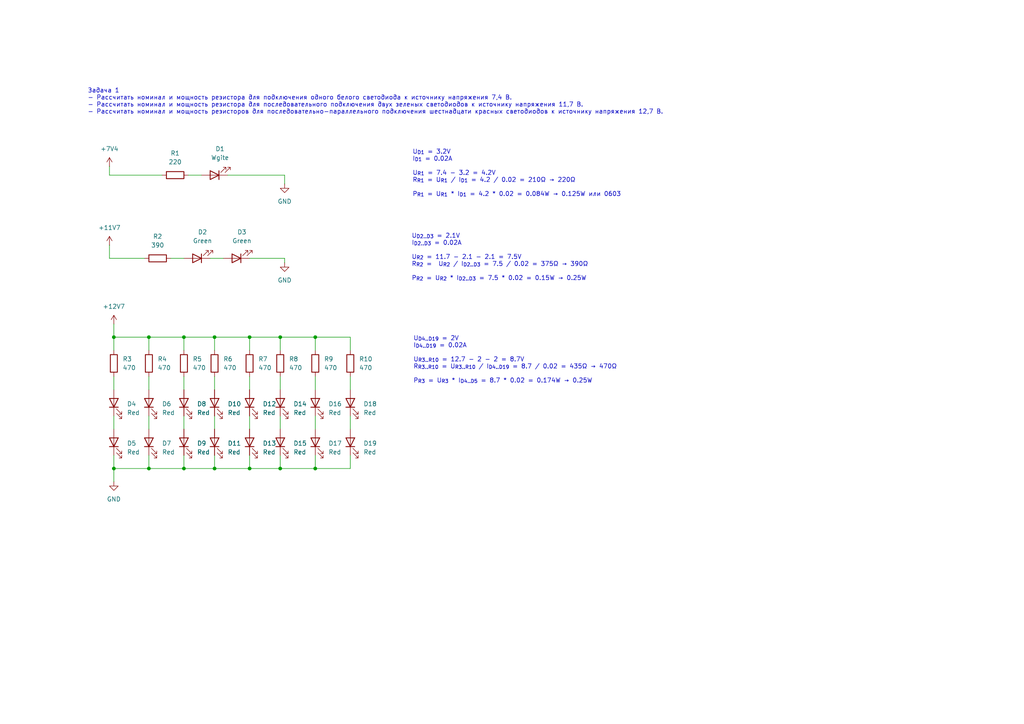
<source format=kicad_sch>
(kicad_sch (version 20231120) (generator "eeschema") (generator_version "8.0")
  (paper "A4")
  (lib_symbols
    (symbol "Device:LED" (pin_numbers hide) (pin_names (offset 1.016) hide)
      (property "Reference" "D" (at 0 2.54 0))
      (property "Value" "LED" (at 0 -2.54 0))
      (symbol "LED_0_1"
        (polyline (pts (xy -1.27 -1.27) (xy -1.27 1.27)) (stroke (width 0.254)))
        (polyline (pts (xy -1.27 0) (xy 1.27 0)))
        (polyline (pts (xy 1.27 -1.27) (xy 1.27 1.27) (xy -1.27 0) (xy 1.27 -1.27)) (stroke (width 0.254)))
        (polyline (pts (xy -3.048 -0.762) (xy -4.572 -2.286) (xy -3.81 -2.286) (xy -4.572 -2.286) (xy -4.572 -1.524)))
        (polyline (pts (xy -1.778 -0.762) (xy -3.302 -2.286) (xy -2.54 -2.286) (xy -3.302 -2.286) (xy -3.302 -1.524)))
      )
      (symbol "LED_1_1"
        (pin passive line (at -3.81 0 0) (length 2.54) (name "K") (number "1"))
        (pin passive line (at 3.81 0 180) (length 2.54) (name "A") (number "2"))
      )
    )
    (symbol "Device:R" (pin_numbers hide) (pin_names (offset 0))
      (property "Reference" "R" (at 2.032 0 90))
      (property "Value" "R" (at 0 0 90))
      (symbol "R_0_1"
        (rectangle (start -1.016 -2.54) (end 1.016 2.54) (stroke (width 0.254)))
      )
      (symbol "R_1_1"
        (pin passive line (at 0 3.81 270) (length 1.27) (name "~") (number "1"))
        (pin passive line (at 0 -3.81 90) (length 1.27) (name "~") (number "2"))
      )
    )
    (symbol "power:+3.3V" (power) (pin_numbers hide) (pin_names (offset 0) hide)
      (property "Value" "+3.3V" (at 0 3.556 0))
      (symbol "+3.3V_0_1"
        (polyline (pts (xy -0.762 1.27) (xy 0 2.54)))
        (polyline (pts (xy 0 0) (xy 0 2.54)))
        (polyline (pts (xy 0 2.54) (xy 0.762 1.27)))
      )
      (symbol "+3.3V_1_1"
        (pin power_in line (at 0 0 90) (length 0) (name "~") (number "1"))
      )
    )
    (symbol "power:GND" (power) (pin_numbers hide) (pin_names (offset 0) hide)
      (property "Value" "GND" (at 0 -3.81 0))
      (symbol "GND_0_1"
        (polyline (pts (xy 0 0) (xy 0 -1.27) (xy 1.27 -1.27) (xy 0 -2.54) (xy -1.27 -1.27) (xy 0 -1.27)))
      )
      (symbol "GND_1_1"
        (pin power_in line (at 0 0 270) (length 0) (name "~") (number "1"))
      )
    )
  )
  (junction (at 33.02 97.79))
  (junction (at 91.44 135.89))
  (junction (at 43.18 97.79))
  (junction (at 72.39 97.79))
  (junction (at 43.18 135.89))
  (junction (at 62.23 97.79))
  (junction (at 62.23 135.89))
  (junction (at 33.02 135.89))
  (junction (at 72.39 135.89))
  (junction (at 91.44 97.79))
  (junction (at 81.28 97.79))
  (junction (at 81.28 135.89))
  (junction (at 53.34 135.89))
  (junction (at 53.34 97.79))
  (wire (pts (xy 62.23 120.65) (xy 62.23 124.46)))
  (wire (pts (xy 72.39 132.08) (xy 72.39 135.89)))
  (wire (pts (xy 82.55 50.8) (xy 82.55 53.34)))
  (wire (pts (xy 72.39 74.93) (xy 82.55 74.93)))
  (wire (pts (xy 60.96 74.93) (xy 64.77 74.93)))
  (wire (pts (xy 49.53 74.93) (xy 53.34 74.93)))
  (wire (pts (xy 33.02 109.22) (xy 33.02 113.03)))
  (wire (pts (xy 53.34 132.08) (xy 53.34 135.89)))
  (wire (pts (xy 81.28 120.65) (xy 81.28 124.46)))
  (wire (pts (xy 46.99 50.8) (xy 31.75 50.8)))
  (wire (pts (xy 91.44 132.08) (xy 91.44 135.89)))
  (wire (pts (xy 91.44 97.79) (xy 81.28 97.79)))
  (wire (pts (xy 81.28 97.79) (xy 72.39 97.79)))
  (wire (pts (xy 81.28 101.6) (xy 81.28 97.79)))
  (wire (pts (xy 33.02 132.08) (xy 33.02 135.89)))
  (wire (pts (xy 53.34 135.89) (xy 43.18 135.89)))
  (wire (pts (xy 101.6 97.79) (xy 91.44 97.79)))
  (wire (pts (xy 81.28 135.89) (xy 72.39 135.89)))
  (wire (pts (xy 31.75 71.12) (xy 31.75 74.93)))
  (wire (pts (xy 43.18 109.22) (xy 43.18 113.03)))
  (wire (pts (xy 33.02 135.89) (xy 33.02 139.7)))
  (wire (pts (xy 33.02 93.98) (xy 33.02 97.79)))
  (wire (pts (xy 53.34 109.22) (xy 53.34 113.03)))
  (wire (pts (xy 33.02 135.89) (xy 43.18 135.89)))
  (wire (pts (xy 101.6 109.22) (xy 101.6 113.03)))
  (wire (pts (xy 81.28 109.22) (xy 81.28 113.03)))
  (wire (pts (xy 41.91 74.93) (xy 31.75 74.93)))
  (wire (pts (xy 43.18 132.08) (xy 43.18 135.89)))
  (wire (pts (xy 72.39 120.65) (xy 72.39 124.46)))
  (wire (pts (xy 43.18 101.6) (xy 43.18 97.79)))
  (wire (pts (xy 91.44 120.65) (xy 91.44 124.46)))
  (wire (pts (xy 101.6 101.6) (xy 101.6 97.79)))
  (wire (pts (xy 91.44 109.22) (xy 91.44 113.03)))
  (wire (pts (xy 72.39 109.22) (xy 72.39 113.03)))
  (wire (pts (xy 72.39 101.6) (xy 72.39 97.79)))
  (wire (pts (xy 53.34 120.65) (xy 53.34 124.46)))
  (wire (pts (xy 62.23 135.89) (xy 53.34 135.89)))
  (wire (pts (xy 81.28 132.08) (xy 81.28 135.89)))
  (wire (pts (xy 91.44 135.89) (xy 81.28 135.89)))
  (wire (pts (xy 66.04 50.8) (xy 82.55 50.8)))
  (wire (pts (xy 62.23 97.79) (xy 53.34 97.79)))
  (wire (pts (xy 33.02 97.79) (xy 33.02 101.6)))
  (wire (pts (xy 33.02 120.65) (xy 33.02 124.46)))
  (wire (pts (xy 72.39 135.89) (xy 62.23 135.89)))
  (wire (pts (xy 62.23 109.22) (xy 62.23 113.03)))
  (wire (pts (xy 43.18 97.79) (xy 53.34 97.79)))
  (wire (pts (xy 101.6 132.08) (xy 101.6 135.89)))
  (wire (pts (xy 54.61 50.8) (xy 58.42 50.8)))
  (wire (pts (xy 43.18 120.65) (xy 43.18 124.46)))
  (wire (pts (xy 101.6 120.65) (xy 101.6 124.46)))
  (wire (pts (xy 33.02 97.79) (xy 43.18 97.79)))
  (wire (pts (xy 72.39 97.79) (xy 62.23 97.79)))
  (wire (pts (xy 62.23 132.08) (xy 62.23 135.89)))
  (wire (pts (xy 62.23 101.6) (xy 62.23 97.79)))
  (wire (pts (xy 82.55 74.93) (xy 82.55 76.2)))
  (wire (pts (xy 31.75 48.26) (xy 31.75 50.8)))
  (wire (pts (xy 91.44 101.6) (xy 91.44 97.79)))
  (wire (pts (xy 101.6 135.89) (xy 91.44 135.89)))
  (wire (pts (xy 53.34 97.79) (xy 53.34 101.6)))
  (text "Задача 1\n- Рассчитать номинал и мощность резистора для подключения одного белого светодиода к источнику напряжения 7,4 В.\n- Рассчитать номинал и мощность резистора для последовательного подключения двух зеленых светодиодов к источнику напряжения 11,7 В.\n- Рассчитать номинал и мощность резисторов для последовательно-параллельного подключения шестнадцати красных светодиодов к источнику напряжения 12,7 В.\n" (at 25.4 25.654 0) (effects (font (size 1.27 1.27)) (justify left top)))
  (text "U_{D2..D3} = 2.1V\nI_{D2..D3} = 0.02A\n\nU_{R2} = 11.7 - 2.1 - 2.1 = 7.5V\nR_{R2} =  U_{R2} / I_{D2..D3} = 7.5 / 0.02 = 375Ω → 390Ω\n\nP_{R2} = U_{R2} * I_{D2..D3} = 7.5 * 0.02 = 0.15W → 0.25W" (at 119.38 74.676 0) (effects (font (size 1.27 1.27)) (justify left)))
  (text "U_{D1} = 3.2V\nI_{D1} = 0.02A\n\nU_{R1} = 7.4 - 3.2 = 4.2V\nR_{R1} = U_{R1} / I_{D1} = 4.2 / 0.02 = 210Ω → 220Ω\n\nP_{R1} = U_{R1} * I_{D1} = 4.2 * 0.02 = 0.084W → 0.125W или 0603 " (at 119.634 50.292 0) (effects (font (size 1.27 1.27)) (justify left)))
  (text "U_{D4..D19} = 2V\nI_{D4..D19} = 0.02A\n\nU_{R3..R10} = 12.7 - 2 - 2 = 8.7V\nR_{R3..R10} = U_{R3..R10} / I_{D4..D19} = 8.7 / 0.02 = 435Ω → 470Ω\n\nP_{R3} = U_{R3} * I_{D4..D5} = 8.7 * 0.02 = 0.174W → 0.25W" (at 119.888 104.394 0) (effects (font (size 1.27 1.27)) (justify left)))
  (symbol (lib_id "power:+3.3V") (at 33.02 93.98 0) (unit 1)
    (property "Reference" "#PWR03" (effects (hide yes)))
    (property "Value" "+12V7" (at 33.02 88.9 0))
    (property "Description" "Power symbol creates a global label with name \"+3.3V\"" (effects (hide yes)))
  )
  (symbol (lib_id "power:+3.3V") (at 31.75 48.26 0) (unit 1)
    (property "Reference" "#PWR01" (effects (hide yes)))
    (property "Value" "+7V4" (at 31.75 43.18 0))
    (property "Description" "Power symbol creates a global label with name \"+3.3V\"" (effects (hide yes)))
  )
  (symbol (lib_id "Device:LED") (at 72.39 128.27 90) (unit 1)
    (property "Reference" "D13" (at 76.2 128.5874 90) (effects (justify right)))
    (property "Value" "Red" (at 76.2 131.1274 90) (effects (justify right)))
    (property "Description" "Light emitting diode" (effects (hide yes)))
  )
  (symbol (lib_id "Device:LED") (at 33.02 128.27 90) (unit 1)
    (property "Reference" "D5" (at 36.83 128.5874 90) (effects (justify right)))
    (property "Value" "Red" (at 36.83 131.1274 90) (effects (justify right)))
    (property "Description" "Light emitting diode" (effects (hide yes)))
  )
  (symbol (lib_id "Device:R") (at 43.18 105.41 180) (unit 1)
    (property "Reference" "R4" (at 45.72 104.1399 0) (effects (justify right)))
    (property "Value" "470" (at 45.72 106.6799 0) (effects (justify right)))
    (property "Description" "Resistor" (effects (hide yes)))
  )
  (symbol (lib_id "power:GND") (at 33.02 139.7 0) (unit 1)
    (property "Reference" "#PWR04" (effects (hide yes)))
    (property "Value" "GND" (at 33.02 144.78 0))
    (property "Description" "Power symbol creates a global label with name \"GND\" , ground" (effects (hide yes)))
  )
  (symbol (lib_id "Device:R") (at 62.23 105.41 180) (unit 1)
    (property "Reference" "R6" (at 64.77 104.1399 0) (effects (justify right)))
    (property "Value" "470" (at 64.77 106.6799 0) (effects (justify right)))
    (property "Description" "Resistor" (effects (hide yes)))
  )
  (symbol (lib_id "power:GND") (at 82.55 53.34 0) (unit 1)
    (property "Reference" "#PWR05" (effects (hide yes)))
    (property "Value" "GND" (at 82.55 58.42 0))
    (property "Description" "Power symbol creates a global label with name \"GND\" , ground" (effects (hide yes)))
  )
  (symbol (lib_id "Device:R") (at 81.28 105.41 180) (unit 1)
    (property "Reference" "R8" (at 83.82 104.1399 0) (effects (justify right)))
    (property "Value" "470" (at 83.82 106.6799 0) (effects (justify right)))
    (property "Description" "Resistor" (effects (hide yes)))
  )
  (symbol (lib_id "Device:LED") (at 101.6 128.27 90) (unit 1)
    (property "Reference" "D19" (at 105.41 128.5874 90) (effects (justify right)))
    (property "Value" "Red" (at 105.41 131.1274 90) (effects (justify right)))
    (property "Description" "Light emitting diode" (effects (hide yes)))
  )
  (symbol (lib_id "Device:LED") (at 62.23 50.8 180) (unit 1)
    (property "Reference" "D1" (at 63.8175 43.18 0))
    (property "Value" "Wgite" (at 63.8175 45.72 0))
    (property "Description" "Light emitting diode" (effects (hide yes)))
  )
  (symbol (lib_id "Device:R") (at 33.02 105.41 180) (unit 1)
    (property "Reference" "R3" (at 35.56 104.1399 0) (effects (justify right)))
    (property "Value" "470" (at 35.56 106.6799 0) (effects (justify right)))
    (property "Description" "Resistor" (effects (hide yes)))
  )
  (symbol (lib_id "Device:R") (at 91.44 105.41 180) (unit 1)
    (property "Reference" "R9" (at 93.98 104.1399 0) (effects (justify right)))
    (property "Value" "470" (at 93.98 106.6799 0) (effects (justify right)))
    (property "Description" "Resistor" (effects (hide yes)))
  )
  (symbol (lib_id "Device:LED") (at 53.34 116.84 90) (unit 1)
    (property "Reference" "D8" (at 57.15 117.1574 90) (effects (justify right)))
    (property "Value" "Red" (at 57.15 119.6974 90) (effects (justify right)))
    (property "Description" "Light emitting diode" (effects (hide yes)))
  )
  (symbol (lib_id "Device:LED") (at 53.34 128.27 90) (unit 1)
    (property "Reference" "D9" (at 57.15 128.5874 90) (effects (justify right)))
    (property "Value" "Red" (at 57.15 131.1274 90) (effects (justify right)))
    (property "Description" "Light emitting diode" (effects (hide yes)))
  )
  (symbol (lib_id "Device:R") (at 72.39 105.41 180) (unit 1)
    (property "Reference" "R7" (at 74.93 104.1399 0) (effects (justify right)))
    (property "Value" "470" (at 74.93 106.6799 0) (effects (justify right)))
    (property "Description" "Resistor" (effects (hide yes)))
  )
  (symbol (lib_id "power:GND") (at 82.55 76.2 0) (unit 1)
    (property "Reference" "#PWR06" (effects (hide yes)))
    (property "Value" "GND" (at 82.55 81.28 0))
    (property "Description" "Power symbol creates a global label with name \"GND\" , ground" (effects (hide yes)))
  )
  (symbol (lib_id "Device:R") (at 50.8 50.8 270) (unit 1)
    (property "Reference" "R1" (at 50.8 44.45 90))
    (property "Value" "220" (at 50.8 46.99 90))
    (property "Description" "Resistor" (effects (hide yes)))
  )
  (symbol (lib_id "Device:LED") (at 68.58 74.93 180) (unit 1)
    (property "Reference" "D3" (at 70.1675 67.31 0))
    (property "Value" "Green" (at 70.1675 69.85 0))
    (property "Description" "Light emitting diode" (effects (hide yes)))
  )
  (symbol (lib_id "Device:LED") (at 43.18 128.27 90) (unit 1)
    (property "Reference" "D7" (at 46.99 128.5874 90) (effects (justify right)))
    (property "Value" "Red" (at 46.99 131.1274 90) (effects (justify right)))
    (property "Description" "Light emitting diode" (effects (hide yes)))
  )
  (symbol (lib_id "Device:LED") (at 62.23 116.84 90) (unit 1)
    (property "Reference" "D10" (at 66.04 117.1574 90) (effects (justify right)))
    (property "Value" "Red" (at 66.04 119.6974 90) (effects (justify right)))
    (property "Description" "Light emitting diode" (effects (hide yes)))
  )
  (symbol (lib_id "Device:LED") (at 91.44 128.27 90) (unit 1)
    (property "Reference" "D17" (at 95.25 128.5874 90) (effects (justify right)))
    (property "Value" "Red" (at 95.25 131.1274 90) (effects (justify right)))
    (property "Description" "Light emitting diode" (effects (hide yes)))
  )
  (symbol (lib_id "Device:R") (at 45.72 74.93 270) (unit 1)
    (property "Reference" "R2" (at 45.72 68.58 90))
    (property "Value" "390" (at 45.72 71.12 90))
    (property "Description" "Resistor" (effects (hide yes)))
  )
  (symbol (lib_id "Device:LED") (at 81.28 128.27 90) (unit 1)
    (property "Reference" "D15" (at 85.09 128.5874 90) (effects (justify right)))
    (property "Value" "Red" (at 85.09 131.1274 90) (effects (justify right)))
    (property "Description" "Light emitting diode" (effects (hide yes)))
  )
  (symbol (lib_id "Device:LED") (at 101.6 116.84 90) (unit 1)
    (property "Reference" "D18" (at 105.41 117.1574 90) (effects (justify right)))
    (property "Value" "Red" (at 105.41 119.6974 90) (effects (justify right)))
    (property "Description" "Light emitting diode" (effects (hide yes)))
  )
  (symbol (lib_id "Device:R") (at 53.34 105.41 180) (unit 1)
    (property "Reference" "R5" (at 55.88 104.1399 0) (effects (justify right)))
    (property "Value" "470" (at 55.88 106.6799 0) (effects (justify right)))
    (property "Description" "Resistor" (effects (hide yes)))
  )
  (symbol (lib_id "Device:LED") (at 91.44 116.84 90) (unit 1)
    (property "Reference" "D16" (at 95.25 117.1574 90) (effects (justify right)))
    (property "Value" "Red" (at 95.25 119.6974 90) (effects (justify right)))
    (property "Description" "Light emitting diode" (effects (hide yes)))
  )
  (symbol (lib_id "Device:LED") (at 62.23 128.27 90) (unit 1)
    (property "Reference" "D11" (at 66.04 128.5874 90) (effects (justify right)))
    (property "Value" "Red" (at 66.04 131.1274 90) (effects (justify right)))
    (property "Description" "Light emitting diode" (effects (hide yes)))
  )
  (symbol (lib_id "Device:R") (at 101.6 105.41 180) (unit 1)
    (property "Reference" "R10" (at 104.14 104.1399 0) (effects (justify right)))
    (property "Value" "470" (at 104.14 106.6799 0) (effects (justify right)))
    (property "Description" "Resistor" (effects (hide yes)))
  )
  (symbol (lib_id "Device:LED") (at 57.15 74.93 180) (unit 1)
    (property "Reference" "D2" (at 58.7375 67.31 0))
    (property "Value" "Green" (at 58.7375 69.85 0))
    (property "Description" "Light emitting diode" (effects (hide yes)))
  )
  (symbol (lib_id "Device:LED") (at 72.39 116.84 90) (unit 1)
    (property "Reference" "D12" (at 76.2 117.1574 90) (effects (justify right)))
    (property "Value" "Red" (at 76.2 119.6974 90) (effects (justify right)))
    (property "Description" "Light emitting diode" (effects (hide yes)))
  )
  (symbol (lib_id "Device:LED") (at 81.28 116.84 90) (unit 1)
    (property "Reference" "D14" (at 85.09 117.1574 90) (effects (justify right)))
    (property "Value" "Red" (at 85.09 119.6974 90) (effects (justify right)))
    (property "Description" "Light emitting diode" (effects (hide yes)))
  )
  (symbol (lib_id "power:+3.3V") (at 31.75 71.12 0) (unit 1)
    (property "Reference" "#PWR02" (effects (hide yes)))
    (property "Value" "+11V7" (at 31.75 66.04 0))
    (property "Description" "Power symbol creates a global label with name \"+3.3V\"" (effects (hide yes)))
  )
  (symbol (lib_id "Device:LED") (at 33.02 116.84 90) (unit 1)
    (property "Reference" "D4" (at 36.83 117.1574 90) (effects (justify right)))
    (property "Value" "Red" (at 36.83 119.6974 90) (effects (justify right)))
    (property "Description" "Light emitting diode" (effects (hide yes)))
  )
  (symbol (lib_id "Device:LED") (at 43.18 116.84 90) (unit 1)
    (property "Reference" "D6" (at 46.99 117.1574 90) (effects (justify right)))
    (property "Value" "Red" (at 46.99 119.6974 90) (effects (justify right)))
    (property "Description" "Light emitting diode" (effects (hide yes)))
  )
)
</source>
